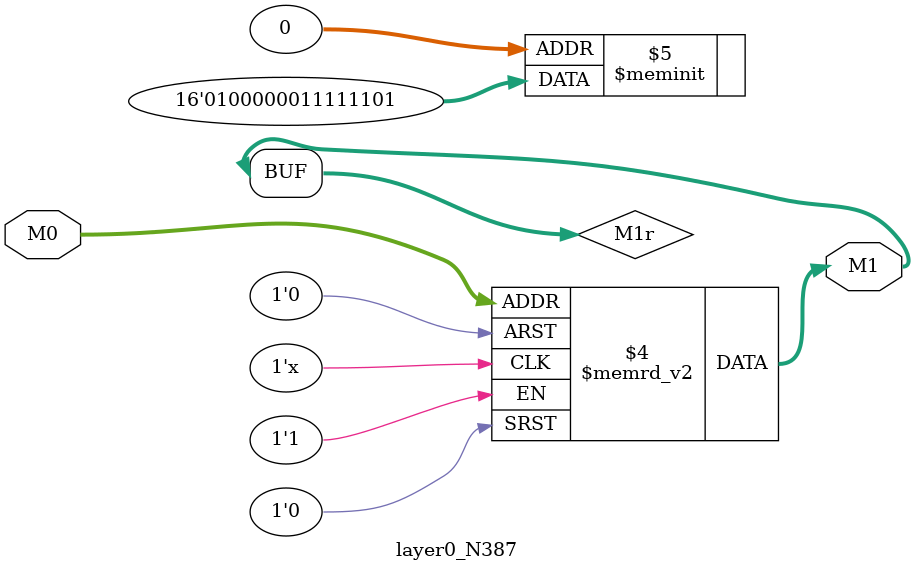
<source format=v>
module layer0_N387 ( input [2:0] M0, output [1:0] M1 );

	(*rom_style = "distributed" *) reg [1:0] M1r;
	assign M1 = M1r;
	always @ (M0) begin
		case (M0)
			3'b000: M1r = 2'b01;
			3'b100: M1r = 2'b00;
			3'b010: M1r = 2'b11;
			3'b110: M1r = 2'b00;
			3'b001: M1r = 2'b11;
			3'b101: M1r = 2'b00;
			3'b011: M1r = 2'b11;
			3'b111: M1r = 2'b01;

		endcase
	end
endmodule

</source>
